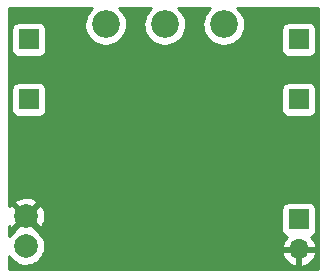
<source format=gbr>
G04 #@! TF.GenerationSoftware,KiCad,Pcbnew,6.0.0-unknown-3fefe01~100~ubuntu19.04.1*
G04 #@! TF.CreationDate,2019-08-17T22:35:10-04:00*
G04 #@! TF.ProjectId,1000WBlender,31303030-5742-46c6-956e-6465722e6b69,rev?*
G04 #@! TF.SameCoordinates,Original*
G04 #@! TF.FileFunction,Copper,L2,Bot*
G04 #@! TF.FilePolarity,Positive*
%FSLAX46Y46*%
G04 Gerber Fmt 4.6, Leading zero omitted, Abs format (unit mm)*
G04 Created by KiCad (PCBNEW 6.0.0-unknown-3fefe01~100~ubuntu19.04.1) date 2019-08-17 22:35:10*
%MOMM*%
%LPD*%
G04 APERTURE LIST*
%ADD10C,2.000000*%
%ADD11R,1.700000X1.700000*%
%ADD12O,1.700000X1.700000*%
%ADD13C,2.340000*%
%ADD14C,0.254000*%
G04 APERTURE END LIST*
D10*
X138176000Y-143256000D03*
X138176000Y-145796000D03*
D11*
X161290000Y-133350000D03*
X161290000Y-128270000D03*
X138430000Y-128270000D03*
X138430000Y-133350000D03*
D12*
X161290000Y-146050000D03*
D11*
X161290000Y-143510000D03*
D13*
X154940000Y-127000000D03*
X149940000Y-127000000D03*
X144940000Y-127000000D03*
D14*
G36*
X156744484Y-126866146D02*
G01*
X156702929Y-126592995D01*
X156621082Y-126331016D01*
X156500548Y-126084432D01*
X156344102Y-125858917D01*
X156155345Y-125659661D01*
X156081143Y-125602000D01*
X162942000Y-125602000D01*
X162942001Y-147702000D01*
X136778000Y-147702000D01*
X136778000Y-146642049D01*
X136853140Y-146764187D01*
X137024952Y-146963233D01*
X137226378Y-147132249D01*
X137452234Y-147266887D01*
X137696711Y-147363682D01*
X137953520Y-147420145D01*
X138216052Y-147434822D01*
X138477554Y-147407338D01*
X138731297Y-147338397D01*
X138970754Y-147229775D01*
X139189764Y-147084265D01*
X139382693Y-146905611D01*
X139544577Y-146698410D01*
X139671250Y-146467992D01*
X139759454Y-146220286D01*
X139767214Y-146178000D01*
X159800513Y-146178000D01*
X159863456Y-146477983D01*
X159955961Y-146712222D01*
X160086610Y-146927526D01*
X160251669Y-147117739D01*
X160446416Y-147277422D01*
X160665284Y-147402009D01*
X160904831Y-147488960D01*
X161162000Y-147523047D01*
X161162000Y-146178000D01*
X161418000Y-146178000D01*
X161418000Y-147549978D01*
X161784708Y-147454800D01*
X162014329Y-147351363D01*
X162223240Y-147210716D01*
X162405466Y-147036881D01*
X162555797Y-146834828D01*
X162669936Y-146610334D01*
X162744618Y-146369819D01*
X162770043Y-146178000D01*
X161418000Y-146178000D01*
X161162000Y-146178000D01*
X159800513Y-146178000D01*
X139767214Y-146178000D01*
X139807040Y-145961010D01*
X139810138Y-145665185D01*
X139767992Y-145404970D01*
X139684994Y-145155470D01*
X139563175Y-144922450D01*
X139405666Y-144711903D01*
X139216521Y-144529249D01*
X139214489Y-144527837D01*
X139245929Y-144506948D01*
X138176000Y-143437019D01*
X137097561Y-144515458D01*
X137133941Y-144537145D01*
X137049649Y-144604918D01*
X136873706Y-144800321D01*
X136778000Y-144948829D01*
X136778000Y-144102049D01*
X136919282Y-144331699D01*
X137994981Y-143256000D01*
X138357019Y-143256000D01*
X139419509Y-144318489D01*
X139544577Y-144158410D01*
X139671250Y-143927992D01*
X139759454Y-143680286D01*
X139807040Y-143421010D01*
X139810138Y-143125185D01*
X139767992Y-142864970D01*
X139696141Y-142648976D01*
X159798163Y-142648976D01*
X159798163Y-144376588D01*
X159878795Y-144677512D01*
X160026185Y-144853165D01*
X160219814Y-144964956D01*
X160268446Y-144973531D01*
X160174534Y-145063119D01*
X160024203Y-145265172D01*
X159910064Y-145489666D01*
X159835382Y-145730181D01*
X159809957Y-145922000D01*
X162779487Y-145922000D01*
X162716544Y-145622017D01*
X162624039Y-145387778D01*
X162493390Y-145172474D01*
X162328331Y-144982261D01*
X162304025Y-144962331D01*
X162457512Y-144921205D01*
X162633165Y-144773815D01*
X162744956Y-144580186D01*
X162781837Y-144371024D01*
X162781837Y-142643412D01*
X162701205Y-142342489D01*
X162553815Y-142166835D01*
X162360186Y-142055044D01*
X162151024Y-142018163D01*
X160423412Y-142018163D01*
X160122489Y-142098795D01*
X159946835Y-142246185D01*
X159835044Y-142439814D01*
X159798163Y-142648976D01*
X139696141Y-142648976D01*
X139684994Y-142615470D01*
X139563175Y-142382450D01*
X139420838Y-142192181D01*
X138357019Y-143256000D01*
X137994981Y-143256000D01*
X136922927Y-142183946D01*
X136778000Y-142408829D01*
X136778000Y-142013089D01*
X137114108Y-142013089D01*
X138176000Y-143074981D01*
X139243194Y-142007786D01*
X139000606Y-141839183D01*
X138763477Y-141725571D01*
X138511233Y-141651331D01*
X138250364Y-141618375D01*
X137987582Y-141627552D01*
X137729648Y-141678625D01*
X137483197Y-141770278D01*
X137254570Y-141900157D01*
X137114108Y-142013089D01*
X136778000Y-142013089D01*
X136778000Y-132488976D01*
X136938163Y-132488976D01*
X136938163Y-134216588D01*
X137018795Y-134517512D01*
X137166185Y-134693165D01*
X137359814Y-134804956D01*
X137568976Y-134841837D01*
X139296588Y-134841837D01*
X139597512Y-134761205D01*
X139773165Y-134613815D01*
X139884956Y-134420186D01*
X139921837Y-134211024D01*
X139921837Y-132488976D01*
X159798163Y-132488976D01*
X159798163Y-134216588D01*
X159878795Y-134517512D01*
X160026185Y-134693165D01*
X160219814Y-134804956D01*
X160428976Y-134841837D01*
X162156588Y-134841837D01*
X162457512Y-134761205D01*
X162633165Y-134613815D01*
X162744956Y-134420186D01*
X162781837Y-134211024D01*
X162781837Y-132483412D01*
X162701205Y-132182489D01*
X162553815Y-132006835D01*
X162360186Y-131895044D01*
X162151024Y-131858163D01*
X160423412Y-131858163D01*
X160122489Y-131938795D01*
X159946835Y-132086185D01*
X159835044Y-132279814D01*
X159798163Y-132488976D01*
X139921837Y-132488976D01*
X139921837Y-132483412D01*
X139841205Y-132182489D01*
X139693815Y-132006835D01*
X139500186Y-131895044D01*
X139291024Y-131858163D01*
X137563412Y-131858163D01*
X137262489Y-131938795D01*
X137086835Y-132086185D01*
X136975044Y-132279814D01*
X136938163Y-132488976D01*
X136778000Y-132488976D01*
X136778000Y-127408976D01*
X136938163Y-127408976D01*
X136938163Y-129136588D01*
X137018795Y-129437512D01*
X137166185Y-129613165D01*
X137359814Y-129724956D01*
X137568976Y-129761837D01*
X139296588Y-129761837D01*
X139597512Y-129681205D01*
X139773165Y-129533815D01*
X139884956Y-129340186D01*
X139921837Y-129131024D01*
X139921837Y-127403412D01*
X139841205Y-127102489D01*
X139693815Y-126926835D01*
X139500186Y-126815044D01*
X139291024Y-126778163D01*
X137563412Y-126778163D01*
X137262489Y-126858795D01*
X137086835Y-127006185D01*
X136975044Y-127199814D01*
X136938163Y-127408976D01*
X136778000Y-127408976D01*
X136778000Y-125602000D01*
X143799019Y-125602000D01*
X143665104Y-125716172D01*
X143485580Y-125923786D01*
X143339526Y-126156166D01*
X143230303Y-126407964D01*
X143160422Y-126673386D01*
X143131495Y-126946325D01*
X143144184Y-127220499D01*
X143198199Y-127489598D01*
X143292298Y-127747431D01*
X143424313Y-127988064D01*
X143591209Y-128205959D01*
X143789143Y-128396102D01*
X144013560Y-128554118D01*
X144259297Y-128676370D01*
X144520698Y-128760045D01*
X144791749Y-128803218D01*
X145066211Y-128804894D01*
X145337769Y-128765036D01*
X145600172Y-128684561D01*
X145847384Y-128565320D01*
X146073715Y-128410057D01*
X146273957Y-128222346D01*
X146443502Y-128006507D01*
X146578447Y-127767505D01*
X146675689Y-127510841D01*
X146733369Y-127240634D01*
X146744484Y-126866146D01*
X146702929Y-126592995D01*
X146621082Y-126331016D01*
X146500548Y-126084432D01*
X146344102Y-125858917D01*
X146155345Y-125659661D01*
X146081143Y-125602000D01*
X148799019Y-125602000D01*
X148665104Y-125716172D01*
X148485580Y-125923786D01*
X148339526Y-126156166D01*
X148230303Y-126407964D01*
X148160422Y-126673386D01*
X148131495Y-126946325D01*
X148144184Y-127220499D01*
X148198199Y-127489598D01*
X148292298Y-127747431D01*
X148424313Y-127988064D01*
X148591209Y-128205959D01*
X148789143Y-128396102D01*
X149013560Y-128554118D01*
X149259297Y-128676370D01*
X149520698Y-128760045D01*
X149791749Y-128803218D01*
X150066211Y-128804894D01*
X150337769Y-128765036D01*
X150600172Y-128684561D01*
X150847384Y-128565320D01*
X151073715Y-128410057D01*
X151273957Y-128222346D01*
X151443502Y-128006507D01*
X151578447Y-127767505D01*
X151675689Y-127510841D01*
X151733369Y-127240634D01*
X151744484Y-126866146D01*
X151702929Y-126592995D01*
X151621082Y-126331016D01*
X151500548Y-126084432D01*
X151344102Y-125858917D01*
X151155345Y-125659661D01*
X151081143Y-125602000D01*
X153799019Y-125602000D01*
X153665104Y-125716172D01*
X153485580Y-125923786D01*
X153339526Y-126156166D01*
X153230303Y-126407964D01*
X153160422Y-126673386D01*
X153131495Y-126946325D01*
X153144184Y-127220499D01*
X153198199Y-127489598D01*
X153292298Y-127747431D01*
X153424313Y-127988064D01*
X153591209Y-128205959D01*
X153789143Y-128396102D01*
X154013560Y-128554118D01*
X154259297Y-128676370D01*
X154520698Y-128760045D01*
X154791749Y-128803218D01*
X155066211Y-128804894D01*
X155337769Y-128765036D01*
X155600172Y-128684561D01*
X155847384Y-128565320D01*
X156073715Y-128410057D01*
X156273957Y-128222346D01*
X156443502Y-128006507D01*
X156578447Y-127767505D01*
X156675689Y-127510841D01*
X156697433Y-127408976D01*
X159798163Y-127408976D01*
X159798163Y-129136588D01*
X159878795Y-129437512D01*
X160026185Y-129613165D01*
X160219814Y-129724956D01*
X160428976Y-129761837D01*
X162156588Y-129761837D01*
X162457512Y-129681205D01*
X162633165Y-129533815D01*
X162744956Y-129340186D01*
X162781837Y-129131024D01*
X162781837Y-127403412D01*
X162701205Y-127102489D01*
X162553815Y-126926835D01*
X162360186Y-126815044D01*
X162151024Y-126778163D01*
X160423412Y-126778163D01*
X160122489Y-126858795D01*
X159946835Y-127006185D01*
X159835044Y-127199814D01*
X159798163Y-127408976D01*
X156697433Y-127408976D01*
X156733369Y-127240634D01*
X156744484Y-126866146D01*
X156744484Y-126866146D01*
G37*
X156744484Y-126866146D02*
X156702929Y-126592995D01*
X156621082Y-126331016D01*
X156500548Y-126084432D01*
X156344102Y-125858917D01*
X156155345Y-125659661D01*
X156081143Y-125602000D01*
X162942000Y-125602000D01*
X162942001Y-147702000D01*
X136778000Y-147702000D01*
X136778000Y-146642049D01*
X136853140Y-146764187D01*
X137024952Y-146963233D01*
X137226378Y-147132249D01*
X137452234Y-147266887D01*
X137696711Y-147363682D01*
X137953520Y-147420145D01*
X138216052Y-147434822D01*
X138477554Y-147407338D01*
X138731297Y-147338397D01*
X138970754Y-147229775D01*
X139189764Y-147084265D01*
X139382693Y-146905611D01*
X139544577Y-146698410D01*
X139671250Y-146467992D01*
X139759454Y-146220286D01*
X139767214Y-146178000D01*
X159800513Y-146178000D01*
X159863456Y-146477983D01*
X159955961Y-146712222D01*
X160086610Y-146927526D01*
X160251669Y-147117739D01*
X160446416Y-147277422D01*
X160665284Y-147402009D01*
X160904831Y-147488960D01*
X161162000Y-147523047D01*
X161162000Y-146178000D01*
X161418000Y-146178000D01*
X161418000Y-147549978D01*
X161784708Y-147454800D01*
X162014329Y-147351363D01*
X162223240Y-147210716D01*
X162405466Y-147036881D01*
X162555797Y-146834828D01*
X162669936Y-146610334D01*
X162744618Y-146369819D01*
X162770043Y-146178000D01*
X161418000Y-146178000D01*
X161162000Y-146178000D01*
X159800513Y-146178000D01*
X139767214Y-146178000D01*
X139807040Y-145961010D01*
X139810138Y-145665185D01*
X139767992Y-145404970D01*
X139684994Y-145155470D01*
X139563175Y-144922450D01*
X139405666Y-144711903D01*
X139216521Y-144529249D01*
X139214489Y-144527837D01*
X139245929Y-144506948D01*
X138176000Y-143437019D01*
X137097561Y-144515458D01*
X137133941Y-144537145D01*
X137049649Y-144604918D01*
X136873706Y-144800321D01*
X136778000Y-144948829D01*
X136778000Y-144102049D01*
X136919282Y-144331699D01*
X137994981Y-143256000D01*
X138357019Y-143256000D01*
X139419509Y-144318489D01*
X139544577Y-144158410D01*
X139671250Y-143927992D01*
X139759454Y-143680286D01*
X139807040Y-143421010D01*
X139810138Y-143125185D01*
X139767992Y-142864970D01*
X139696141Y-142648976D01*
X159798163Y-142648976D01*
X159798163Y-144376588D01*
X159878795Y-144677512D01*
X160026185Y-144853165D01*
X160219814Y-144964956D01*
X160268446Y-144973531D01*
X160174534Y-145063119D01*
X160024203Y-145265172D01*
X159910064Y-145489666D01*
X159835382Y-145730181D01*
X159809957Y-145922000D01*
X162779487Y-145922000D01*
X162716544Y-145622017D01*
X162624039Y-145387778D01*
X162493390Y-145172474D01*
X162328331Y-144982261D01*
X162304025Y-144962331D01*
X162457512Y-144921205D01*
X162633165Y-144773815D01*
X162744956Y-144580186D01*
X162781837Y-144371024D01*
X162781837Y-142643412D01*
X162701205Y-142342489D01*
X162553815Y-142166835D01*
X162360186Y-142055044D01*
X162151024Y-142018163D01*
X160423412Y-142018163D01*
X160122489Y-142098795D01*
X159946835Y-142246185D01*
X159835044Y-142439814D01*
X159798163Y-142648976D01*
X139696141Y-142648976D01*
X139684994Y-142615470D01*
X139563175Y-142382450D01*
X139420838Y-142192181D01*
X138357019Y-143256000D01*
X137994981Y-143256000D01*
X136922927Y-142183946D01*
X136778000Y-142408829D01*
X136778000Y-142013089D01*
X137114108Y-142013089D01*
X138176000Y-143074981D01*
X139243194Y-142007786D01*
X139000606Y-141839183D01*
X138763477Y-141725571D01*
X138511233Y-141651331D01*
X138250364Y-141618375D01*
X137987582Y-141627552D01*
X137729648Y-141678625D01*
X137483197Y-141770278D01*
X137254570Y-141900157D01*
X137114108Y-142013089D01*
X136778000Y-142013089D01*
X136778000Y-132488976D01*
X136938163Y-132488976D01*
X136938163Y-134216588D01*
X137018795Y-134517512D01*
X137166185Y-134693165D01*
X137359814Y-134804956D01*
X137568976Y-134841837D01*
X139296588Y-134841837D01*
X139597512Y-134761205D01*
X139773165Y-134613815D01*
X139884956Y-134420186D01*
X139921837Y-134211024D01*
X139921837Y-132488976D01*
X159798163Y-132488976D01*
X159798163Y-134216588D01*
X159878795Y-134517512D01*
X160026185Y-134693165D01*
X160219814Y-134804956D01*
X160428976Y-134841837D01*
X162156588Y-134841837D01*
X162457512Y-134761205D01*
X162633165Y-134613815D01*
X162744956Y-134420186D01*
X162781837Y-134211024D01*
X162781837Y-132483412D01*
X162701205Y-132182489D01*
X162553815Y-132006835D01*
X162360186Y-131895044D01*
X162151024Y-131858163D01*
X160423412Y-131858163D01*
X160122489Y-131938795D01*
X159946835Y-132086185D01*
X159835044Y-132279814D01*
X159798163Y-132488976D01*
X139921837Y-132488976D01*
X139921837Y-132483412D01*
X139841205Y-132182489D01*
X139693815Y-132006835D01*
X139500186Y-131895044D01*
X139291024Y-131858163D01*
X137563412Y-131858163D01*
X137262489Y-131938795D01*
X137086835Y-132086185D01*
X136975044Y-132279814D01*
X136938163Y-132488976D01*
X136778000Y-132488976D01*
X136778000Y-127408976D01*
X136938163Y-127408976D01*
X136938163Y-129136588D01*
X137018795Y-129437512D01*
X137166185Y-129613165D01*
X137359814Y-129724956D01*
X137568976Y-129761837D01*
X139296588Y-129761837D01*
X139597512Y-129681205D01*
X139773165Y-129533815D01*
X139884956Y-129340186D01*
X139921837Y-129131024D01*
X139921837Y-127403412D01*
X139841205Y-127102489D01*
X139693815Y-126926835D01*
X139500186Y-126815044D01*
X139291024Y-126778163D01*
X137563412Y-126778163D01*
X137262489Y-126858795D01*
X137086835Y-127006185D01*
X136975044Y-127199814D01*
X136938163Y-127408976D01*
X136778000Y-127408976D01*
X136778000Y-125602000D01*
X143799019Y-125602000D01*
X143665104Y-125716172D01*
X143485580Y-125923786D01*
X143339526Y-126156166D01*
X143230303Y-126407964D01*
X143160422Y-126673386D01*
X143131495Y-126946325D01*
X143144184Y-127220499D01*
X143198199Y-127489598D01*
X143292298Y-127747431D01*
X143424313Y-127988064D01*
X143591209Y-128205959D01*
X143789143Y-128396102D01*
X144013560Y-128554118D01*
X144259297Y-128676370D01*
X144520698Y-128760045D01*
X144791749Y-128803218D01*
X145066211Y-128804894D01*
X145337769Y-128765036D01*
X145600172Y-128684561D01*
X145847384Y-128565320D01*
X146073715Y-128410057D01*
X146273957Y-128222346D01*
X146443502Y-128006507D01*
X146578447Y-127767505D01*
X146675689Y-127510841D01*
X146733369Y-127240634D01*
X146744484Y-126866146D01*
X146702929Y-126592995D01*
X146621082Y-126331016D01*
X146500548Y-126084432D01*
X146344102Y-125858917D01*
X146155345Y-125659661D01*
X146081143Y-125602000D01*
X148799019Y-125602000D01*
X148665104Y-125716172D01*
X148485580Y-125923786D01*
X148339526Y-126156166D01*
X148230303Y-126407964D01*
X148160422Y-126673386D01*
X148131495Y-126946325D01*
X148144184Y-127220499D01*
X148198199Y-127489598D01*
X148292298Y-127747431D01*
X148424313Y-127988064D01*
X148591209Y-128205959D01*
X148789143Y-128396102D01*
X149013560Y-128554118D01*
X149259297Y-128676370D01*
X149520698Y-128760045D01*
X149791749Y-128803218D01*
X150066211Y-128804894D01*
X150337769Y-128765036D01*
X150600172Y-128684561D01*
X150847384Y-128565320D01*
X151073715Y-128410057D01*
X151273957Y-128222346D01*
X151443502Y-128006507D01*
X151578447Y-127767505D01*
X151675689Y-127510841D01*
X151733369Y-127240634D01*
X151744484Y-126866146D01*
X151702929Y-126592995D01*
X151621082Y-126331016D01*
X151500548Y-126084432D01*
X151344102Y-125858917D01*
X151155345Y-125659661D01*
X151081143Y-125602000D01*
X153799019Y-125602000D01*
X153665104Y-125716172D01*
X153485580Y-125923786D01*
X153339526Y-126156166D01*
X153230303Y-126407964D01*
X153160422Y-126673386D01*
X153131495Y-126946325D01*
X153144184Y-127220499D01*
X153198199Y-127489598D01*
X153292298Y-127747431D01*
X153424313Y-127988064D01*
X153591209Y-128205959D01*
X153789143Y-128396102D01*
X154013560Y-128554118D01*
X154259297Y-128676370D01*
X154520698Y-128760045D01*
X154791749Y-128803218D01*
X155066211Y-128804894D01*
X155337769Y-128765036D01*
X155600172Y-128684561D01*
X155847384Y-128565320D01*
X156073715Y-128410057D01*
X156273957Y-128222346D01*
X156443502Y-128006507D01*
X156578447Y-127767505D01*
X156675689Y-127510841D01*
X156697433Y-127408976D01*
X159798163Y-127408976D01*
X159798163Y-129136588D01*
X159878795Y-129437512D01*
X160026185Y-129613165D01*
X160219814Y-129724956D01*
X160428976Y-129761837D01*
X162156588Y-129761837D01*
X162457512Y-129681205D01*
X162633165Y-129533815D01*
X162744956Y-129340186D01*
X162781837Y-129131024D01*
X162781837Y-127403412D01*
X162701205Y-127102489D01*
X162553815Y-126926835D01*
X162360186Y-126815044D01*
X162151024Y-126778163D01*
X160423412Y-126778163D01*
X160122489Y-126858795D01*
X159946835Y-127006185D01*
X159835044Y-127199814D01*
X159798163Y-127408976D01*
X156697433Y-127408976D01*
X156733369Y-127240634D01*
X156744484Y-126866146D01*
M02*

</source>
